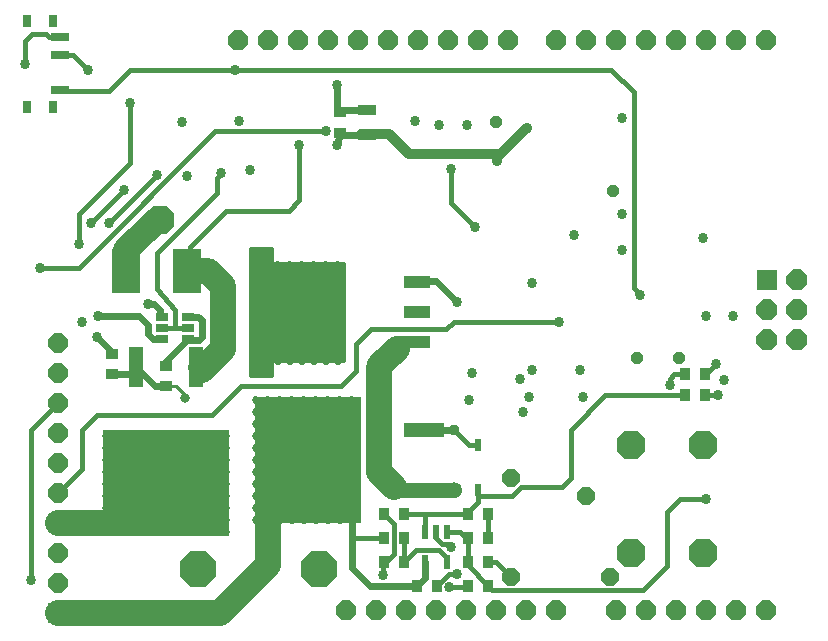
<source format=gbl>
G75*
G70*
%OFA0B0*%
%FSLAX24Y24*%
%IPPOS*%
%LPD*%
%AMOC8*
5,1,8,0,0,1.08239X$1,22.5*
%
%ADD10OC8,0.0660*%
%ADD11OC8,0.0700*%
%ADD12R,0.0700X0.0700*%
%ADD13R,0.0850X0.0420*%
%ADD14C,0.0100*%
%ADD15R,0.2540X0.1280*%
%ADD16R,0.0965X0.1457*%
%ADD17R,0.1350X0.0500*%
%ADD18R,0.3550X0.4200*%
%ADD19R,0.0600X0.0380*%
%ADD20R,0.0420X0.0350*%
%ADD21OC8,0.0650*%
%ADD22R,0.0650X0.0650*%
%ADD23R,0.0591X0.0276*%
%ADD24R,0.0315X0.0394*%
%ADD25R,0.0417X0.0256*%
%ADD26R,0.0500X0.1350*%
%ADD27R,0.1280X0.2540*%
%ADD28R,0.4200X0.3550*%
%ADD29OC8,0.1210*%
%ADD30C,0.0315*%
%ADD31R,0.0350X0.0420*%
%ADD32R,0.0217X0.0413*%
%ADD33R,0.0220X0.0500*%
%ADD34C,0.0160*%
%ADD35C,0.0860*%
%ADD36C,0.0560*%
%ADD37C,0.0337*%
%ADD38C,0.0270*%
%ADD39C,0.0240*%
%ADD40OC8,0.0945*%
%ADD41OC8,0.0591*%
%ADD42OC8,0.0416*%
%ADD43C,0.0376*%
%ADD44C,0.0531*%
%ADD45C,0.0500*%
%ADD46C,0.0660*%
%ADD47C,0.0400*%
%ADD48C,0.0320*%
D10*
X012971Y001500D03*
X013971Y001500D03*
X014971Y001500D03*
X015971Y001500D03*
X016971Y001500D03*
X017971Y001500D03*
X018971Y001500D03*
X019971Y001500D03*
X021971Y001500D03*
X022971Y001500D03*
X023971Y001500D03*
X024971Y001500D03*
X025971Y001500D03*
X026971Y001500D03*
X026971Y020500D03*
X025971Y020500D03*
X024971Y020500D03*
X023971Y020500D03*
X022971Y020500D03*
X021971Y020500D03*
X020971Y020500D03*
X019971Y020500D03*
X018371Y020500D03*
X017371Y020500D03*
X016371Y020500D03*
X015371Y020500D03*
X014371Y020500D03*
X013371Y020500D03*
X012371Y020500D03*
X011371Y020500D03*
X010371Y020500D03*
X009371Y020500D03*
D11*
X027021Y011500D03*
X028021Y011500D03*
X028021Y010500D03*
X027021Y010500D03*
X028021Y012500D03*
D12*
X027021Y012500D03*
D13*
X015351Y012425D03*
X015351Y011425D03*
X015351Y010425D03*
D14*
X012896Y010449D02*
X009771Y010449D01*
X009771Y010547D02*
X012896Y010547D01*
X012896Y010646D02*
X009771Y010646D01*
X009771Y010744D02*
X012896Y010744D01*
X012896Y010843D02*
X009771Y010843D01*
X009771Y010941D02*
X012896Y010941D01*
X012896Y011040D02*
X009771Y011040D01*
X009771Y011138D02*
X012896Y011138D01*
X012896Y011237D02*
X009771Y011237D01*
X009771Y011335D02*
X012896Y011335D01*
X012896Y011434D02*
X009771Y011434D01*
X009771Y011532D02*
X012896Y011532D01*
X012896Y011631D02*
X009771Y011631D01*
X009771Y011729D02*
X012896Y011729D01*
X012896Y011828D02*
X009771Y011828D01*
X009771Y011926D02*
X012896Y011926D01*
X012896Y012025D02*
X009771Y012025D01*
X009771Y012123D02*
X012896Y012123D01*
X012896Y012222D02*
X009771Y012222D01*
X009771Y012320D02*
X012896Y012320D01*
X012896Y012419D02*
X009771Y012419D01*
X009771Y012517D02*
X012896Y012517D01*
X012896Y012616D02*
X009771Y012616D01*
X009771Y012714D02*
X012896Y012714D01*
X012896Y012813D02*
X009771Y012813D01*
X009771Y012911D02*
X012896Y012911D01*
X012896Y013010D02*
X009771Y013010D01*
X009771Y013108D02*
X010521Y013108D01*
X010521Y013050D02*
X010521Y013550D01*
X009771Y013550D01*
X009771Y009300D01*
X010521Y009300D01*
X010521Y009800D01*
X012896Y009800D01*
X012896Y013050D01*
X010521Y013050D01*
X010521Y013207D02*
X009771Y013207D01*
X009771Y013305D02*
X010521Y013305D01*
X010521Y013404D02*
X009771Y013404D01*
X009771Y013502D02*
X010521Y013502D01*
X009771Y010350D02*
X012896Y010350D01*
X012896Y010252D02*
X009771Y010252D01*
X009771Y010153D02*
X012896Y010153D01*
X012896Y010055D02*
X009771Y010055D01*
X009771Y009956D02*
X012896Y009956D01*
X012896Y009858D02*
X009771Y009858D01*
X009771Y009759D02*
X010521Y009759D01*
X010521Y009661D02*
X009771Y009661D01*
X009771Y009562D02*
X010521Y009562D01*
X010521Y009464D02*
X009771Y009464D01*
X009771Y009365D02*
X010521Y009365D01*
X007621Y008650D02*
X007321Y008950D01*
X006981Y008950D01*
X006971Y008960D01*
X007621Y008650D02*
X007621Y008550D01*
D15*
X011521Y011425D03*
X011846Y006500D03*
D16*
X007685Y012800D03*
X005658Y012800D03*
D17*
X015576Y007500D03*
X015576Y005500D03*
D18*
X011696Y006500D03*
D19*
X013671Y017340D03*
X013671Y018160D03*
D20*
X012771Y018090D03*
X012771Y017410D03*
X005171Y010040D03*
X005171Y009360D03*
X006971Y009640D03*
X006971Y008960D03*
D21*
X003371Y009400D03*
X003371Y008400D03*
X003371Y007400D03*
X003371Y006400D03*
X003371Y005400D03*
X003371Y004400D03*
X003371Y003400D03*
X003371Y002400D03*
X003371Y010400D03*
D22*
X003371Y001400D03*
D23*
X003460Y018814D03*
X003460Y019995D03*
X003460Y020586D03*
D24*
X003205Y021137D03*
X002338Y021137D03*
X002338Y018263D03*
X003205Y018263D03*
D25*
X006838Y011274D03*
X006838Y010900D03*
X006838Y010526D03*
X007705Y010526D03*
X007705Y010900D03*
X007705Y011274D03*
D26*
X007971Y009605D03*
X005971Y009605D03*
D27*
X006971Y005875D03*
D28*
X006971Y005725D03*
D29*
X008059Y002860D03*
X012084Y002860D03*
D30*
X007621Y008550D03*
D31*
X014231Y004700D03*
X014911Y004700D03*
X014911Y003900D03*
X014231Y003900D03*
X014231Y003100D03*
X014911Y003100D03*
X015331Y002300D03*
X016011Y002300D03*
X017031Y002300D03*
X017711Y002300D03*
X017711Y003100D03*
X017031Y003100D03*
X017031Y003900D03*
X017711Y003900D03*
X017711Y004700D03*
X017031Y004700D03*
X024281Y008650D03*
X024961Y008650D03*
X024961Y009350D03*
X024281Y009350D03*
D32*
X017371Y006998D03*
X017371Y005502D03*
D33*
X016341Y004110D03*
X015971Y004110D03*
X015601Y004110D03*
X015601Y003090D03*
X016341Y003090D03*
D34*
X016341Y003230D01*
X016071Y003500D01*
X015311Y003500D01*
X014911Y003100D01*
X014911Y003900D01*
X014571Y004360D02*
X014571Y003350D01*
X014321Y003100D01*
X014231Y003100D01*
X014221Y003090D01*
X014221Y002650D01*
X014231Y003900D02*
X013271Y003900D01*
X013171Y003800D01*
X014231Y004700D02*
X014571Y004360D01*
X014911Y004700D02*
X015601Y004700D01*
X015601Y004110D01*
X015971Y004110D02*
X015971Y003900D01*
X016171Y003700D01*
X016371Y003700D01*
X016471Y003600D01*
X016351Y004100D02*
X016341Y004110D01*
X016351Y004100D02*
X016771Y004100D01*
X016941Y003930D01*
X016941Y003910D01*
X017031Y003900D01*
X017031Y003100D01*
X017031Y002980D01*
X017711Y002300D01*
X017861Y002150D01*
X022871Y002150D01*
X023671Y002950D01*
X023671Y004750D01*
X024121Y005200D01*
X024971Y005200D01*
X020471Y005900D02*
X020171Y005600D01*
X018821Y005600D01*
X018521Y005300D01*
X017371Y005300D01*
X017371Y005502D01*
X017371Y005300D02*
X017371Y005100D01*
X017031Y004760D01*
X017031Y004700D01*
X015601Y004700D01*
X017711Y004700D02*
X017711Y003900D01*
X017711Y003100D02*
X017971Y003100D01*
X018471Y002600D01*
X017031Y002300D02*
X017029Y002287D01*
X017024Y002275D01*
X017016Y002265D01*
X017006Y002257D01*
X016994Y002252D01*
X016981Y002250D01*
X016421Y002250D01*
X016011Y002300D02*
X016411Y002700D01*
X016671Y002700D01*
X020471Y005900D02*
X020471Y007500D01*
X021621Y008650D01*
X024281Y008650D01*
X023771Y009000D02*
X023771Y009200D01*
X023921Y009350D01*
X024281Y009350D01*
X024961Y009350D02*
X024971Y009350D01*
X025321Y009700D01*
X025371Y008650D02*
X024961Y008650D01*
X022782Y012000D02*
X022571Y012211D01*
X022571Y018750D01*
X021821Y019500D01*
X009271Y019500D01*
X005771Y019500D01*
X005071Y018800D01*
X003475Y018800D01*
X003460Y018814D01*
X003471Y018825D01*
X004371Y019500D02*
X003871Y020000D01*
X003465Y020000D01*
X003460Y019995D01*
X003460Y020586D02*
X003446Y020600D01*
X003071Y020600D01*
X002971Y020700D01*
X002495Y020700D01*
X002271Y020476D01*
X002271Y019700D01*
X005771Y018400D02*
X005771Y016400D01*
X004071Y014700D01*
X004071Y013700D01*
X004471Y014400D02*
X005571Y015500D01*
X006671Y016000D02*
X005071Y014400D01*
X006671Y013400D02*
X008671Y015400D01*
X008671Y015900D01*
X008821Y016050D01*
X008971Y014800D02*
X011071Y014800D01*
X011421Y015150D01*
X011421Y017000D01*
X012271Y017450D02*
X012321Y017450D01*
X008621Y017450D01*
X004071Y012900D01*
X002771Y012900D01*
X006671Y013400D02*
X006671Y012200D01*
X007271Y011500D01*
X007271Y010900D01*
X007705Y010900D01*
X007271Y010900D02*
X006838Y010900D01*
X006798Y010860D01*
X006838Y011274D02*
X006771Y011341D01*
X007685Y012800D02*
X007771Y012886D01*
X007771Y013600D01*
X008971Y014800D01*
X007771Y012800D02*
X007685Y012800D01*
X009471Y008950D02*
X012821Y008950D01*
X013321Y009450D01*
X013321Y010350D01*
X013821Y010850D01*
X016321Y010850D01*
X016571Y011100D01*
X020071Y011100D01*
X017271Y014250D02*
X016471Y015050D01*
X016471Y016200D01*
X009471Y008950D02*
X008521Y008000D01*
X004671Y008000D01*
X004171Y007500D01*
X004171Y006200D01*
X003371Y005400D01*
X002471Y007500D02*
X002471Y002500D01*
X002471Y007500D02*
X003371Y008400D01*
X016571Y007500D02*
X017073Y006998D01*
X017371Y006998D01*
D35*
X014571Y005600D02*
X014071Y006100D01*
X014071Y009550D01*
X014121Y009650D01*
X014671Y010200D01*
X011846Y006500D02*
X011721Y006500D01*
X011846Y006500D02*
X011746Y006075D01*
X011646Y006075D01*
X011571Y006100D01*
X011746Y006075D02*
X011746Y006200D01*
X011771Y006175D01*
X011571Y006500D02*
X010371Y005300D01*
X010371Y003000D01*
X008771Y001400D01*
X003371Y001400D01*
X003371Y004400D02*
X006971Y004400D01*
X006971Y006500D01*
X006971Y005875D02*
X005796Y004700D01*
X008171Y009500D02*
X008871Y010200D01*
X008871Y012300D01*
X008371Y012800D01*
X007685Y012800D01*
X006671Y014500D02*
X005658Y013486D01*
X005658Y012800D01*
X006671Y014500D02*
X006771Y014500D01*
D36*
X007971Y009605D02*
X008166Y009500D01*
X008171Y009500D01*
D37*
X002471Y002500D03*
X004671Y010600D03*
X004171Y011100D03*
X004721Y011300D03*
X006371Y011700D03*
X004071Y013700D03*
X004471Y014400D03*
X005071Y014400D03*
X005571Y015500D03*
X006671Y016000D03*
X007671Y015950D03*
X008821Y016050D03*
X009771Y016150D03*
X011421Y017000D03*
X012321Y017450D03*
X012671Y017000D03*
X012671Y019000D03*
X015271Y017800D03*
X016071Y017650D03*
X017021Y017650D03*
X018021Y016450D03*
X019021Y017550D03*
X016471Y016200D03*
X017271Y014250D03*
X019171Y012400D03*
X020071Y011100D03*
X020771Y009500D03*
X020871Y008600D03*
X019071Y008600D03*
X018771Y009200D03*
X019171Y009500D03*
X018871Y008100D03*
X017071Y008500D03*
X017171Y009400D03*
X016671Y011750D03*
X020571Y014000D03*
X022171Y013500D03*
X022171Y014700D03*
X024871Y013900D03*
X022782Y012000D03*
X024971Y011300D03*
X025871Y011300D03*
X025321Y009700D03*
X025571Y009150D03*
X025371Y008650D03*
X023771Y009000D03*
X024971Y005200D03*
X016671Y002700D03*
X016421Y002250D03*
X016471Y003600D03*
X014221Y002650D03*
X002771Y012900D03*
X007521Y017750D03*
X005771Y018400D03*
X004371Y019500D03*
X002271Y019700D03*
X009271Y019500D03*
X009421Y017800D03*
X022171Y017900D03*
D38*
X012721Y013000D03*
X012321Y013000D03*
X011921Y013000D03*
X011521Y013000D03*
X011121Y013000D03*
X010721Y013000D03*
X010321Y013000D03*
X009921Y013000D03*
X009921Y012600D03*
X010321Y012600D03*
X010321Y012200D03*
X009921Y012200D03*
X009921Y011800D03*
X009921Y011400D03*
X010321Y011400D03*
X010321Y011800D03*
X010721Y011800D03*
X010721Y011400D03*
X011121Y011400D03*
X011121Y011800D03*
X011521Y011800D03*
X011521Y011400D03*
X011521Y011000D03*
X011121Y011000D03*
X010721Y011000D03*
X010321Y011000D03*
X009921Y011000D03*
X009921Y010600D03*
X010321Y010600D03*
X010321Y010200D03*
X009921Y010200D03*
X009921Y009800D03*
X010321Y009800D03*
X010321Y009400D03*
X009921Y009400D03*
X010721Y009800D03*
X011121Y009800D03*
X011521Y009800D03*
X011521Y010200D03*
X011121Y010200D03*
X010721Y010200D03*
X010721Y010600D03*
X011121Y010600D03*
X011521Y010600D03*
X011921Y010600D03*
X012321Y010600D03*
X012721Y010600D03*
X012721Y010200D03*
X012321Y010200D03*
X011921Y010200D03*
X011921Y009800D03*
X012321Y009800D03*
X012721Y009800D03*
X012721Y011000D03*
X012321Y011000D03*
X011921Y011000D03*
X011921Y011400D03*
X011921Y011800D03*
X012321Y011800D03*
X012321Y011400D03*
X012721Y011400D03*
X012721Y011800D03*
X012721Y012200D03*
X012321Y012200D03*
X011921Y012200D03*
X011521Y012200D03*
X011121Y012200D03*
X010721Y012200D03*
X010721Y012600D03*
X011121Y012600D03*
X011521Y012600D03*
X011921Y012600D03*
X012321Y012600D03*
X012721Y012600D03*
X010321Y013400D03*
X009921Y013400D03*
X009971Y008500D03*
X010371Y008500D03*
X010371Y008100D03*
X009971Y008100D03*
X009971Y007700D03*
X010371Y007700D03*
X010371Y007300D03*
X009971Y007300D03*
X009971Y006900D03*
X010371Y006900D03*
X010371Y006500D03*
X009971Y006500D03*
X009971Y006100D03*
X009971Y005700D03*
X010371Y005700D03*
X010371Y006100D03*
X010771Y006100D03*
X010771Y005700D03*
X011171Y005700D03*
X011171Y006100D03*
X011171Y006500D03*
X010771Y006500D03*
X010771Y006900D03*
X011171Y006900D03*
X011171Y007300D03*
X010771Y007300D03*
X010771Y007700D03*
X010771Y008100D03*
X011171Y008100D03*
X011171Y007700D03*
X011571Y007700D03*
X011571Y008100D03*
X011971Y008100D03*
X011971Y007700D03*
X012371Y007700D03*
X012371Y008100D03*
X012371Y008500D03*
X011971Y008500D03*
X011571Y008500D03*
X011171Y008500D03*
X010771Y008500D03*
X011571Y007300D03*
X011971Y007300D03*
X012371Y007300D03*
X012371Y006900D03*
X011971Y006900D03*
X011571Y006900D03*
X011571Y006500D03*
X011971Y006500D03*
X012371Y006500D03*
X012371Y006100D03*
X011971Y006100D03*
X011571Y006100D03*
X011571Y005700D03*
X011971Y005700D03*
X012371Y005700D03*
X012371Y005300D03*
X011971Y005300D03*
X011571Y005300D03*
X011171Y005300D03*
X010771Y005300D03*
X010371Y005300D03*
X009971Y005300D03*
X009971Y004900D03*
X010371Y004900D03*
X010371Y004500D03*
X009971Y004500D03*
X010771Y004500D03*
X011171Y004500D03*
X011171Y004900D03*
X010771Y004900D03*
X011571Y004900D03*
X011971Y004900D03*
X012371Y004900D03*
X012371Y004500D03*
X011971Y004500D03*
X011571Y004500D03*
X012771Y004500D03*
X013171Y004500D03*
X013171Y004900D03*
X012771Y004900D03*
X012771Y005300D03*
X013171Y005300D03*
X013171Y005700D03*
X012771Y005700D03*
X012771Y006100D03*
X013171Y006100D03*
X013171Y006500D03*
X012771Y006500D03*
X012771Y006900D03*
X013171Y006900D03*
X013171Y007300D03*
X012771Y007300D03*
X012771Y007700D03*
X012771Y008100D03*
X013171Y008100D03*
X013171Y007700D03*
X013171Y008500D03*
X012771Y008500D03*
X008971Y007300D03*
X008571Y007300D03*
X008171Y007300D03*
X007771Y007300D03*
X007371Y007300D03*
X006971Y007300D03*
X006571Y007300D03*
X006171Y007300D03*
X005771Y007300D03*
X005371Y007300D03*
X004971Y007300D03*
X004971Y006900D03*
X004971Y006500D03*
X004971Y006100D03*
X004971Y005700D03*
X004971Y005300D03*
X004971Y004900D03*
X004971Y004500D03*
X004971Y004100D03*
X005371Y004100D03*
X005771Y004100D03*
X006171Y004100D03*
X006171Y004500D03*
X005771Y004500D03*
X005371Y004500D03*
X005371Y004900D03*
X005771Y004900D03*
X006171Y004900D03*
X006171Y005300D03*
X005771Y005300D03*
X005371Y005300D03*
X005371Y005700D03*
X005371Y006100D03*
X005771Y006100D03*
X005771Y005700D03*
X006171Y005700D03*
X006171Y006100D03*
X006171Y006500D03*
X005771Y006500D03*
X005371Y006500D03*
X005371Y006900D03*
X005771Y006900D03*
X006171Y006900D03*
X006571Y006900D03*
X006971Y006900D03*
X007371Y006900D03*
X007371Y006500D03*
X006971Y006500D03*
X006571Y006500D03*
X006571Y006100D03*
X006571Y005700D03*
X006971Y005700D03*
X006971Y006100D03*
X007371Y006100D03*
X007371Y005700D03*
X007371Y005300D03*
X006971Y005300D03*
X006571Y005300D03*
X006571Y004900D03*
X006971Y004900D03*
X007371Y004900D03*
X007371Y004500D03*
X006971Y004500D03*
X006571Y004500D03*
X006571Y004100D03*
X006971Y004100D03*
X007371Y004100D03*
X007771Y004100D03*
X008171Y004100D03*
X008571Y004100D03*
X008571Y004500D03*
X008171Y004500D03*
X007771Y004500D03*
X007771Y004900D03*
X008171Y004900D03*
X008571Y004900D03*
X008571Y005300D03*
X008171Y005300D03*
X007771Y005300D03*
X007771Y005700D03*
X007771Y006100D03*
X008171Y006100D03*
X008171Y005700D03*
X008571Y005700D03*
X008571Y006100D03*
X008571Y006500D03*
X008171Y006500D03*
X007771Y006500D03*
X007771Y006900D03*
X008171Y006900D03*
X008571Y006900D03*
X008971Y006900D03*
X008971Y006500D03*
X008971Y006100D03*
X008971Y005700D03*
X008971Y005300D03*
X008971Y004900D03*
X008971Y004500D03*
X008971Y004100D03*
D39*
X013171Y003800D02*
X013171Y002900D01*
X013771Y002300D01*
X015331Y002300D01*
X015601Y002570D01*
X015601Y003090D01*
X013171Y003800D02*
X013171Y004500D01*
X015576Y007500D02*
X016571Y007500D01*
X016671Y011750D02*
X015971Y012450D01*
X015376Y012450D01*
X015351Y012425D01*
X012671Y017000D02*
X012771Y017400D01*
X012771Y017410D01*
X012841Y017340D01*
X013671Y017340D01*
X013671Y018160D02*
X012841Y018160D01*
X012771Y018090D01*
X012671Y018140D01*
X012671Y019000D01*
X006571Y011700D02*
X006371Y011700D01*
X006571Y011700D02*
X006771Y011500D01*
X006771Y011341D01*
X006371Y011000D02*
X006371Y010700D01*
X006545Y010526D01*
X006838Y010526D01*
X006371Y011000D02*
X006071Y011300D01*
X004721Y011300D01*
X004671Y010600D02*
X005171Y010100D01*
X005171Y010040D01*
X005171Y009360D02*
X005931Y009360D01*
X005971Y009400D01*
X005971Y009605D01*
X006616Y008960D01*
X006971Y008960D01*
X006971Y009640D02*
X006971Y009793D01*
X007705Y010526D01*
X007731Y010500D01*
X008071Y010500D01*
X008171Y010600D01*
X008171Y011150D01*
X008047Y011274D01*
X007705Y011274D01*
D40*
X006771Y014500D03*
X022471Y007000D03*
X024871Y007000D03*
X024871Y003400D03*
X022471Y003400D03*
D41*
X021771Y002600D03*
X018471Y002600D03*
X020971Y005300D03*
X018471Y005900D03*
D42*
X022671Y009900D03*
X024071Y009900D03*
X021871Y015450D03*
X017971Y017750D03*
D43*
X016571Y007500D03*
D44*
X016571Y005500D03*
D45*
X015576Y005500D01*
X014671Y005500D01*
X014571Y005600D01*
D46*
X014671Y010200D02*
X014671Y010250D01*
X014721Y010300D01*
D47*
X014846Y010425D01*
X015351Y010425D01*
D48*
X018021Y016450D02*
X018021Y016600D01*
X018121Y016700D01*
X015071Y016700D01*
X014421Y017350D01*
X013481Y017350D01*
X013671Y017340D01*
X018121Y016700D02*
X019021Y017550D01*
M02*

</source>
